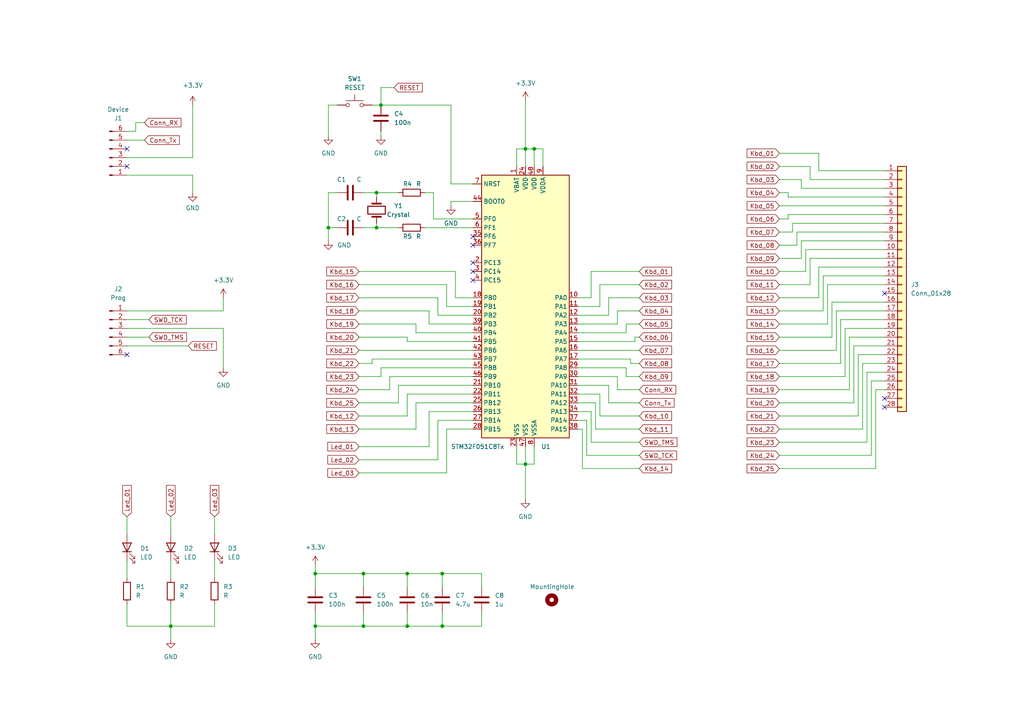
<source format=kicad_sch>
(kicad_sch (version 20211123) (generator eeschema)
  (paper "A4")
  (title_block (title "SDA Keyboard") (date "2022-11-22") (company "Stanislav Brtna"))
  (lib_symbols
    (symbol "Connector:Conn_01x06_Male" (pin_names (offset 1.016) hide)
      (property "Reference" "J" (at 0 7.62 0))
      (property "Value" "Conn_01x06_Male" (at 0 -10.16 0))
      (symbol "Conn_01x06_Male_1_1"
        (polyline (pts (xy 1.27 -7.62) (xy 0.8636 -7.62)) (stroke (width 0.1524)))
        (polyline (pts (xy 1.27 -5.08) (xy 0.8636 -5.08)) (stroke (width 0.1524)))
        (polyline (pts (xy 1.27 -2.54) (xy 0.8636 -2.54)) (stroke (width 0.1524)))
        (polyline (pts (xy 1.27 0) (xy 0.8636 0)) (stroke (width 0.1524)))
        (polyline (pts (xy 1.27 2.54) (xy 0.8636 2.54)) (stroke (width 0.1524)))
        (polyline (pts (xy 1.27 5.08) (xy 0.8636 5.08)) (stroke (width 0.1524)))
        (rectangle (start 0.8636 -7.493) (end 0 -7.747) (stroke (width 0.1524)) (fill (type outline)))
        (rectangle (start 0.8636 -4.953) (end 0 -5.207) (stroke (width 0.1524)) (fill (type outline)))
        (rectangle (start 0.8636 -2.413) (end 0 -2.667) (stroke (width 0.1524)) (fill (type outline)))
        (rectangle (start 0.8636 0.127) (end 0 -0.127) (stroke (width 0.1524)) (fill (type outline)))
        (rectangle (start 0.8636 2.667) (end 0 2.413) (stroke (width 0.1524)) (fill (type outline)))
        (rectangle (start 0.8636 5.207) (end 0 4.953) (stroke (width 0.1524)) (fill (type outline)))
        (pin passive line (at 5.08 5.08 180) (length 3.81) (name "Pin_1") (number "1"))
        (pin passive line (at 5.08 2.54 180) (length 3.81) (name "Pin_2") (number "2"))
        (pin passive line (at 5.08 0 180) (length 3.81) (name "Pin_3") (number "3"))
        (pin passive line (at 5.08 -2.54 180) (length 3.81) (name "Pin_4") (number "4"))
        (pin passive line (at 5.08 -5.08 180) (length 3.81) (name "Pin_5") (number "5"))
        (pin passive line (at 5.08 -7.62 180) (length 3.81) (name "Pin_6") (number "6"))
      )
    )
    (symbol "Connector_Generic:Conn_01x28" (pin_names (offset 1.016) hide)
      (property "Reference" "J" (at 0 35.56 0))
      (property "Value" "Conn_01x28" (at 0 -38.1 0))
      (symbol "Conn_01x28_1_1"
        (rectangle (start -1.27 -35.433) (end 0 -35.687) (stroke (width 0.1524)))
        (rectangle (start -1.27 -32.893) (end 0 -33.147) (stroke (width 0.1524)))
        (rectangle (start -1.27 -30.353) (end 0 -30.607) (stroke (width 0.1524)))
        (rectangle (start -1.27 -27.813) (end 0 -28.067) (stroke (width 0.1524)))
        (rectangle (start -1.27 -25.273) (end 0 -25.527) (stroke (width 0.1524)))
        (rectangle (start -1.27 -22.733) (end 0 -22.987) (stroke (width 0.1524)))
        (rectangle (start -1.27 -20.193) (end 0 -20.447) (stroke (width 0.1524)))
        (rectangle (start -1.27 -17.653) (end 0 -17.907) (stroke (width 0.1524)))
        (rectangle (start -1.27 -15.113) (end 0 -15.367) (stroke (width 0.1524)))
        (rectangle (start -1.27 -12.573) (end 0 -12.827) (stroke (width 0.1524)))
        (rectangle (start -1.27 -10.033) (end 0 -10.287) (stroke (width 0.1524)))
        (rectangle (start -1.27 -7.493) (end 0 -7.747) (stroke (width 0.1524)))
        (rectangle (start -1.27 -4.953) (end 0 -5.207) (stroke (width 0.1524)))
        (rectangle (start -1.27 -2.413) (end 0 -2.667) (stroke (width 0.1524)))
        (rectangle (start -1.27 0.127) (end 0 -0.127) (stroke (width 0.1524)))
        (rectangle (start -1.27 2.667) (end 0 2.413) (stroke (width 0.1524)))
        (rectangle (start -1.27 5.207) (end 0 4.953) (stroke (width 0.1524)))
        (rectangle (start -1.27 7.747) (end 0 7.493) (stroke (width 0.1524)))
        (rectangle (start -1.27 10.287) (end 0 10.033) (stroke (width 0.1524)))
        (rectangle (start -1.27 12.827) (end 0 12.573) (stroke (width 0.1524)))
        (rectangle (start -1.27 15.367) (end 0 15.113) (stroke (width 0.1524)))
        (rectangle (start -1.27 17.907) (end 0 17.653) (stroke (width 0.1524)))
        (rectangle (start -1.27 20.447) (end 0 20.193) (stroke (width 0.1524)))
        (rectangle (start -1.27 22.987) (end 0 22.733) (stroke (width 0.1524)))
        (rectangle (start -1.27 25.527) (end 0 25.273) (stroke (width 0.1524)))
        (rectangle (start -1.27 28.067) (end 0 27.813) (stroke (width 0.1524)))
        (rectangle (start -1.27 30.607) (end 0 30.353) (stroke (width 0.1524)))
        (rectangle (start -1.27 33.147) (end 0 32.893) (stroke (width 0.1524)))
        (rectangle (start -1.27 34.29) (end 1.27 -36.83) (stroke (width 0.254)) (fill (type background)))
        (pin passive line (at -5.08 33.02 0) (length 3.81) (name "Pin_1") (number "1"))
        (pin passive line (at -5.08 10.16 0) (length 3.81) (name "Pin_10") (number "10"))
        (pin passive line (at -5.08 7.62 0) (length 3.81) (name "Pin_11") (number "11"))
        (pin passive line (at -5.08 5.08 0) (length 3.81) (name "Pin_12") (number "12"))
        (pin passive line (at -5.08 2.54 0) (length 3.81) (name "Pin_13") (number "13"))
        (pin passive line (at -5.08 0 0) (length 3.81) (name "Pin_14") (number "14"))
        (pin passive line (at -5.08 -2.54 0) (length 3.81) (name "Pin_15") (number "15"))
        (pin passive line (at -5.08 -5.08 0) (length 3.81) (name "Pin_16") (number "16"))
        (pin passive line (at -5.08 -7.62 0) (length 3.81) (name "Pin_17") (number "17"))
        (pin passive line (at -5.08 -10.16 0) (length 3.81) (name "Pin_18") (number "18"))
        (pin passive line (at -5.08 -12.7 0) (length 3.81) (name "Pin_19") (number "19"))
        (pin passive line (at -5.08 30.48 0) (length 3.81) (name "Pin_2") (number "2"))
        (pin passive line (at -5.08 -15.24 0) (length 3.81) (name "Pin_20") (number "20"))
        (pin passive line (at -5.08 -17.78 0) (length 3.81) (name "Pin_21") (number "21"))
        (pin passive line (at -5.08 -20.32 0) (length 3.81) (name "Pin_22") (number "22"))
        (pin passive line (at -5.08 -22.86 0) (length 3.81) (name "Pin_23") (number "23"))
        (pin passive line (at -5.08 -25.4 0) (length 3.81) (name "Pin_24") (number "24"))
        (pin passive line (at -5.08 -27.94 0) (length 3.81) (name "Pin_25") (number "25"))
        (pin passive line (at -5.08 -30.48 0) (length 3.81) (name "Pin_26") (number "26"))
        (pin passive line (at -5.08 -33.02 0) (length 3.81) (name "Pin_27") (number "27"))
        (pin passive line (at -5.08 -35.56 0) (length 3.81) (name "Pin_28") (number "28"))
        (pin passive line (at -5.08 27.94 0) (length 3.81) (name "Pin_3") (number "3"))
        (pin passive line (at -5.08 25.4 0) (length 3.81) (name "Pin_4") (number "4"))
        (pin passive line (at -5.08 22.86 0) (length 3.81) (name "Pin_5") (number "5"))
        (pin passive line (at -5.08 20.32 0) (length 3.81) (name "Pin_6") (number "6"))
        (pin passive line (at -5.08 17.78 0) (length 3.81) (name "Pin_7") (number "7"))
        (pin passive line (at -5.08 15.24 0) (length 3.81) (name "Pin_8") (number "8"))
        (pin passive line (at -5.08 12.7 0) (length 3.81) (name "Pin_9") (number "9"))
      )
    )
    (symbol "Device:C" (pin_numbers hide) (pin_names (offset 0.254))
      (property "Reference" "C" (at 0.635 2.54 0))
      (property "Value" "C" (at 0.635 -2.54 0))
      (symbol "C_0_1"
        (polyline (pts (xy -2.032 -0.762) (xy 2.032 -0.762)) (stroke (width 0.508)))
        (polyline (pts (xy -2.032 0.762) (xy 2.032 0.762)) (stroke (width 0.508)))
      )
      (symbol "C_1_1"
        (pin passive line (at 0 3.81 270) (length 2.794) (name "~") (number "1"))
        (pin passive line (at 0 -3.81 90) (length 2.794) (name "~") (number "2"))
      )
    )
    (symbol "Device:Crystal" (pin_numbers hide) (pin_names (offset 1.016) hide)
      (property "Reference" "Y" (at 0 3.81 0))
      (property "Value" "Crystal" (at 0 -3.81 0))
      (symbol "Crystal_0_1"
        (rectangle (start -1.143 2.54) (end 1.143 -2.54) (stroke (width 0.3048)))
        (polyline (pts (xy -2.54 0) (xy -1.905 0)))
        (polyline (pts (xy -1.905 -1.27) (xy -1.905 1.27)) (stroke (width 0.508)))
        (polyline (pts (xy 1.905 -1.27) (xy 1.905 1.27)) (stroke (width 0.508)))
        (polyline (pts (xy 2.54 0) (xy 1.905 0)))
      )
      (symbol "Crystal_1_1"
        (pin passive line (at -3.81 0 0) (length 1.27) (name "1") (number "1"))
        (pin passive line (at 3.81 0 180) (length 1.27) (name "2") (number "2"))
      )
    )
    (symbol "Device:LED" (pin_numbers hide) (pin_names (offset 1.016) hide)
      (property "Reference" "D" (at 0 2.54 0))
      (property "Value" "LED" (at 0 -2.54 0))
      (symbol "LED_0_1"
        (polyline (pts (xy -1.27 -1.27) (xy -1.27 1.27)) (stroke (width 0.254)))
        (polyline (pts (xy -1.27 0) (xy 1.27 0)))
        (polyline (pts (xy 1.27 -1.27) (xy 1.27 1.27) (xy -1.27 0) (xy 1.27 -1.27)) (stroke (width 0.254)))
        (polyline (pts (xy -3.048 -0.762) (xy -4.572 -2.286) (xy -3.81 -2.286) (xy -4.572 -2.286) (xy -4.572 -1.524)))
        (polyline (pts (xy -1.778 -0.762) (xy -3.302 -2.286) (xy -2.54 -2.286) (xy -3.302 -2.286) (xy -3.302 -1.524)))
      )
      (symbol "LED_1_1"
        (pin passive line (at -3.81 0 0) (length 2.54) (name "K") (number "1"))
        (pin passive line (at 3.81 0 180) (length 2.54) (name "A") (number "2"))
      )
    )
    (symbol "Device:R" (pin_numbers hide) (pin_names (offset 0))
      (property "Reference" "R" (at 2.032 0 90))
      (property "Value" "R" (at 0 0 90))
      (symbol "R_0_1"
        (rectangle (start -1.016 -2.54) (end 1.016 2.54) (stroke (width 0.254)))
      )
      (symbol "R_1_1"
        (pin passive line (at 0 3.81 270) (length 1.27) (name "~") (number "1"))
        (pin passive line (at 0 -3.81 90) (length 1.27) (name "~") (number "2"))
      )
    )
    (symbol "MCU_ST_STM32F0:STM32F051C8Tx"
      (property "Reference" "U" (at -12.7 39.37 0))
      (property "Value" "STM32F051C8Tx" (at 7.62 39.37 0))
      (symbol "STM32F051C8Tx_0_1"
        (rectangle (start -12.7 -38.1) (end 12.7 38.1) (stroke (width 0.254)) (fill (type background)))
      )
      (symbol "STM32F051C8Tx_1_1"
        (pin power_in line (at -2.54 40.64 270) (length 2.54) (name "VBAT") (number "1"))
        (pin bidirectional line (at 15.24 2.54 180) (length 2.54) (name "PA0") (number "10"))
        (pin bidirectional line (at 15.24 0 180) (length 2.54) (name "PA1") (number "11"))
        (pin bidirectional line (at 15.24 -2.54 180) (length 2.54) (name "PA2") (number "12"))
        (pin bidirectional line (at 15.24 -5.08 180) (length 2.54) (name "PA3") (number "13"))
        (pin bidirectional line (at 15.24 -7.62 180) (length 2.54) (name "PA4") (number "14"))
        (pin bidirectional line (at 15.24 -10.16 180) (length 2.54) (name "PA5") (number "15"))
        (pin bidirectional line (at 15.24 -12.7 180) (length 2.54) (name "PA6") (number "16"))
        (pin bidirectional line (at 15.24 -15.24 180) (length 2.54) (name "PA7") (number "17"))
        (pin bidirectional line (at -15.24 2.54 0) (length 2.54) (name "PB0") (number "18"))
        (pin bidirectional line (at -15.24 0 0) (length 2.54) (name "PB1") (number "19"))
        (pin bidirectional line (at -15.24 12.7 0) (length 2.54) (name "PC13") (number "2"))
        (pin bidirectional line (at -15.24 -2.54 0) (length 2.54) (name "PB2") (number "20"))
        (pin bidirectional line (at -15.24 -22.86 0) (length 2.54) (name "PB10") (number "21"))
        (pin bidirectional line (at -15.24 -25.4 0) (length 2.54) (name "PB11") (number "22"))
        (pin power_in line (at -2.54 -40.64 90) (length 2.54) (name "VSS") (number "23"))
        (pin power_in line (at 0 40.64 270) (length 2.54) (name "VDD") (number "24"))
        (pin bidirectional line (at -15.24 -27.94 0) (length 2.54) (name "PB12") (number "25"))
        (pin bidirectional line (at -15.24 -30.48 0) (length 2.54) (name "PB13") (number "26"))
        (pin bidirectional line (at -15.24 -33.02 0) (length 2.54) (name "PB14") (number "27"))
        (pin bidirectional line (at -15.24 -35.56 0) (length 2.54) (name "PB15") (number "28"))
        (pin bidirectional line (at 15.24 -17.78 180) (length 2.54) (name "PA8") (number "29"))
        (pin bidirectional line (at -15.24 10.16 0) (length 2.54) (name "PC14") (number "3"))
        (pin bidirectional line (at 15.24 -20.32 180) (length 2.54) (name "PA9") (number "30"))
        (pin bidirectional line (at 15.24 -22.86 180) (length 2.54) (name "PA10") (number "31"))
        (pin bidirectional line (at 15.24 -25.4 180) (length 2.54) (name "PA11") (number "32"))
        (pin bidirectional line (at 15.24 -27.94 180) (length 2.54) (name "PA12") (number "33"))
        (pin bidirectional line (at 15.24 -30.48 180) (length 2.54) (name "PA13") (number "34"))
        (pin bidirectional line (at -15.24 20.32 0) (length 2.54) (name "PF6") (number "35"))
        (pin bidirectional line (at -15.24 17.78 0) (length 2.54) (name "PF7") (number "36"))
        (pin bidirectional line (at 15.24 -33.02 180) (length 2.54) (name "PA14") (number "37"))
        (pin bidirectional line (at 15.24 -35.56 180) (length 2.54) (name "PA15") (number "38"))
        (pin bidirectional line (at -15.24 -5.08 0) (length 2.54) (name "PB3") (number "39"))
        (pin bidirectional line (at -15.24 7.62 0) (length 2.54) (name "PC15") (number "4"))
        (pin bidirectional line (at -15.24 -7.62 0) (length 2.54) (name "PB4") (number "40"))
        (pin bidirectional line (at -15.24 -10.16 0) (length 2.54) (name "PB5") (number "41"))
        (pin bidirectional line (at -15.24 -12.7 0) (length 2.54) (name "PB6") (number "42"))
        (pin bidirectional line (at -15.24 -15.24 0) (length 2.54) (name "PB7") (number "43"))
        (pin input line (at -15.24 30.48 0) (length 2.54) (name "BOOT0") (number "44"))
        (pin bidirectional line (at -15.24 -17.78 0) (length 2.54) (name "PB8") (number "45"))
        (pin bidirectional line (at -15.24 -20.32 0) (length 2.54) (name "PB9") (number "46"))
        (pin power_in line (at 0 -40.64 90) (length 2.54) (name "VSS") (number "47"))
        (pin power_in line (at 2.54 40.64 270) (length 2.54) (name "VDD") (number "48"))
        (pin input line (at -15.24 25.4 0) (length 2.54) (name "PF0") (number "5"))
        (pin input line (at -15.24 22.86 0) (length 2.54) (name "PF1") (number "6"))
        (pin input line (at -15.24 35.56 0) (length 2.54) (name "NRST") (number "7"))
        (pin power_in line (at 2.54 -40.64 90) (length 2.54) (name "VSSA") (number "8"))
        (pin power_in line (at 5.08 40.64 270) (length 2.54) (name "VDDA") (number "9"))
      )
    )
    (symbol "Mechanical:MountingHole" (pin_names (offset 1.016))
      (property "Reference" "H" (at 0 5.08 0))
      (property "Value" "MountingHole" (at 0 3.175 0))
      (symbol "MountingHole_0_1"
        (circle (center 0 0) (radius 1.27) (stroke (width 1.27)))
      )
    )
    (symbol "Switch:SW_Push" (pin_numbers hide) (pin_names (offset 1.016) hide)
      (property "Reference" "SW" (at 1.27 2.54 0))
      (property "Value" "SW_Push" (at 0 -1.524 0))
      (symbol "SW_Push_0_1"
        (circle (center -2.032 0) (radius 0.508))
        (polyline (pts (xy 0 1.27) (xy 0 3.048)))
        (polyline (pts (xy 2.54 1.27) (xy -2.54 1.27)))
        (circle (center 2.032 0) (radius 0.508))
        (pin passive line (at -5.08 0 0) (length 2.54) (name "1") (number "1"))
        (pin passive line (at 5.08 0 180) (length 2.54) (name "2") (number "2"))
      )
    )
    (symbol "power:+3.3V" (power) (pin_names (offset 0))
      (property "Value" "+3.3V" (at 0 3.556 0))
      (symbol "+3.3V_0_1"
        (polyline (pts (xy -0.762 1.27) (xy 0 2.54)))
        (polyline (pts (xy 0 0) (xy 0 2.54)))
        (polyline (pts (xy 0 2.54) (xy 0.762 1.27)))
      )
      (symbol "+3.3V_1_1"
        (pin power_in line (at 0 0 90) (length 0) hide (name "+3.3V") (number "1"))
      )
    )
    (symbol "power:GND" (power) (pin_names (offset 0))
      (property "Value" "GND" (at 0 -3.81 0))
      (symbol "GND_0_1"
        (polyline (pts (xy 0 0) (xy 0 -1.27) (xy 1.27 -1.27) (xy 0 -2.54) (xy -1.27 -1.27) (xy 0 -1.27)))
      )
      (symbol "GND_1_1"
        (pin power_in line (at 0 0 270) (length 0) hide (name "GND") (number "1"))
      )
    )
  )
  (junction (at 91.44 181.61))
  (junction (at 154.94 43.18))
  (junction (at 109.22 66.04))
  (junction (at 128.27 181.61))
  (junction (at 105.41 166.37))
  (junction (at 49.53 181.61))
  (junction (at 152.4 43.18))
  (junction (at 95.25 66.04))
  (junction (at 110.49 30.48))
  (junction (at 152.4 134.62))
  (junction (at 105.41 181.61))
  (junction (at 128.27 166.37))
  (junction (at 118.11 181.61))
  (junction (at 109.22 55.88))
  (junction (at 91.44 166.37))
  (junction (at 118.11 166.37))
  (no_connect (at 137.16 68.58))
  (no_connect (at 256.54 115.57))
  (no_connect (at 137.16 76.2))
  (no_connect (at 256.54 85.09))
  (no_connect (at 36.83 43.18))
  (no_connect (at 256.54 118.11))
  (no_connect (at 137.16 81.28))
  (no_connect (at 137.16 71.12))
  (no_connect (at 137.16 78.74))
  (no_connect (at 36.83 48.26))
  (no_connect (at 36.83 102.87))
  (wire (pts (xy 246.38 113.03) (xy 246.38 97.79)))
  (wire (pts (xy 118.11 97.79) (xy 104.14 97.79)))
  (wire (pts (xy 124.46 129.54) (xy 104.14 129.54)))
  (wire (pts (xy 36.83 38.1) (xy 39.37 38.1)))
  (wire (pts (xy 36.83 181.61) (xy 49.53 181.61)))
  (wire (pts (xy 233.68 78.74) (xy 233.68 72.39)))
  (wire (pts (xy 109.22 55.88) (xy 105.41 55.88)))
  (wire (pts (xy 130.81 53.34) (xy 130.81 30.48)))
  (wire (pts (xy 245.11 109.22) (xy 245.11 95.25)))
  (wire (pts (xy 176.53 111.76) (xy 176.53 116.84)))
  (wire (pts (xy 182.88 105.41) (xy 185.42 105.41)))
  (wire (pts (xy 137.16 88.9) (xy 129.54 88.9)))
  (wire (pts (xy 118.11 166.37) (xy 128.27 166.37)))
  (wire (pts (xy 95.25 55.88) (xy 95.25 66.04)))
  (wire (pts (xy 256.54 113.03) (xy 254 113.03)))
  (wire (pts (xy 152.4 134.62) (xy 154.94 134.62)))
  (wire (pts (xy 36.83 90.17) (xy 64.77 90.17)))
  (wire (pts (xy 172.72 116.84) (xy 172.72 124.46)))
  (wire (pts (xy 226.06 101.6) (xy 242.57 101.6)))
  (wire (pts (xy 104.14 105.41) (xy 107.95 105.41)))
  (wire (pts (xy 254 113.03) (xy 254 135.89)))
  (wire (pts (xy 234.95 52.07) (xy 256.54 52.07)))
  (wire (pts (xy 240.03 82.55) (xy 240.03 93.98)))
  (wire (pts (xy 228.6 57.15) (xy 256.54 57.15)))
  (wire (pts (xy 104.14 93.98) (xy 120.65 93.98)))
  (wire (pts (xy 130.81 58.42) (xy 130.81 59.69)))
  (wire (pts (xy 123.19 66.04) (xy 137.16 66.04)))
  (wire (pts (xy 176.53 116.84) (xy 185.42 116.84)))
  (wire (pts (xy 36.83 92.71) (xy 43.18 92.71)))
  (wire (pts (xy 107.95 30.48) (xy 110.49 30.48)))
  (wire (pts (xy 256.54 100.33) (xy 247.65 100.33)))
  (wire (pts (xy 36.83 97.79) (xy 43.18 97.79)))
  (wire (pts (xy 167.64 101.6) (xy 185.42 101.6)))
  (wire (pts (xy 49.53 149.86) (xy 49.53 154.94)))
  (wire (pts (xy 250.19 124.46) (xy 226.06 124.46)))
  (wire (pts (xy 49.53 162.56) (xy 49.53 167.64)))
  (wire (pts (xy 113.03 109.22) (xy 137.16 109.22)))
  (wire (pts (xy 167.64 121.92) (xy 170.18 121.92)))
  (wire (pts (xy 124.46 119.38) (xy 124.46 129.54)))
  (wire (pts (xy 256.54 74.93) (xy 234.95 74.93)))
  (wire (pts (xy 252.73 110.49) (xy 252.73 132.08)))
  (wire (pts (xy 149.86 129.54) (xy 149.86 134.62)))
  (wire (pts (xy 226.06 48.26) (xy 234.95 48.26)))
  (wire (pts (xy 120.65 96.52) (xy 137.16 96.52)))
  (wire (pts (xy 226.06 93.98) (xy 240.03 93.98)))
  (wire (pts (xy 129.54 82.55) (xy 104.14 82.55)))
  (wire (pts (xy 238.76 90.17) (xy 226.06 90.17)))
  (wire (pts (xy 55.88 45.72) (xy 55.88 30.48)))
  (wire (pts (xy 110.49 25.4) (xy 114.3 25.4)))
  (wire (pts (xy 104.14 86.36) (xy 127 86.36)))
  (wire (pts (xy 36.83 100.33) (xy 54.61 100.33)))
  (wire (pts (xy 104.14 101.6) (xy 137.16 101.6)))
  (wire (pts (xy 120.65 124.46) (xy 104.14 124.46)))
  (wire (pts (xy 168.91 124.46) (xy 168.91 135.89)))
  (wire (pts (xy 167.64 119.38) (xy 171.45 119.38)))
  (wire (pts (xy 125.73 55.88) (xy 123.19 55.88)))
  (wire (pts (xy 231.14 71.12) (xy 226.06 71.12)))
  (wire (pts (xy 167.64 88.9) (xy 173.99 88.9)))
  (wire (pts (xy 120.65 93.98) (xy 120.65 96.52)))
  (wire (pts (xy 171.45 78.74) (xy 185.42 78.74)))
  (wire (pts (xy 62.23 162.56) (xy 62.23 167.64)))
  (wire (pts (xy 115.57 111.76) (xy 137.16 111.76)))
  (wire (pts (xy 157.48 43.18) (xy 157.48 48.26)))
  (wire (pts (xy 104.14 113.03) (xy 113.03 113.03)))
  (wire (pts (xy 130.81 58.42) (xy 137.16 58.42)))
  (wire (pts (xy 129.54 124.46) (xy 137.16 124.46)))
  (wire (pts (xy 226.06 109.22) (xy 245.11 109.22)))
  (wire (pts (xy 104.14 137.16) (xy 129.54 137.16)))
  (wire (pts (xy 238.76 80.01) (xy 238.76 90.17)))
  (wire (pts (xy 127 91.44) (xy 137.16 91.44)))
  (wire (pts (xy 154.94 134.62) (xy 154.94 129.54)))
  (wire (pts (xy 137.16 116.84) (xy 120.65 116.84)))
  (wire (pts (xy 167.64 109.22) (xy 179.07 109.22)))
  (wire (pts (xy 179.07 109.22) (xy 179.07 113.03)))
  (wire (pts (xy 39.37 38.1) (xy 39.37 35.56)))
  (wire (pts (xy 232.41 52.07) (xy 232.41 54.61)))
  (wire (pts (xy 36.83 50.8) (xy 55.88 50.8)))
  (wire (pts (xy 152.4 43.18) (xy 154.94 43.18)))
  (wire (pts (xy 256.54 105.41) (xy 250.19 105.41)))
  (wire (pts (xy 91.44 166.37) (xy 105.41 166.37)))
  (wire (pts (xy 55.88 50.8) (xy 55.88 55.88)))
  (wire (pts (xy 246.38 97.79) (xy 256.54 97.79)))
  (wire (pts (xy 91.44 181.61) (xy 91.44 185.42)))
  (wire (pts (xy 137.16 53.34) (xy 130.81 53.34)))
  (wire (pts (xy 105.41 166.37) (xy 118.11 166.37)))
  (wire (pts (xy 130.81 30.48) (xy 110.49 30.48)))
  (wire (pts (xy 132.08 86.36) (xy 132.08 78.74)))
  (wire (pts (xy 167.64 99.06) (xy 184.15 99.06)))
  (wire (pts (xy 132.08 86.36) (xy 137.16 86.36)))
  (wire (pts (xy 118.11 166.37) (xy 118.11 170.18)))
  (wire (pts (xy 139.7 170.18) (xy 139.7 166.37)))
  (wire (pts (xy 171.45 86.36) (xy 171.45 78.74)))
  (wire (pts (xy 154.94 43.18) (xy 157.48 43.18)))
  (wire (pts (xy 137.16 119.38) (xy 124.46 119.38)))
  (wire (pts (xy 226.06 113.03) (xy 246.38 113.03)))
  (wire (pts (xy 49.53 181.61) (xy 49.53 185.42)))
  (wire (pts (xy 170.18 121.92) (xy 170.18 132.08)))
  (wire (pts (xy 149.86 134.62) (xy 152.4 134.62)))
  (wire (pts (xy 149.86 43.18) (xy 149.86 48.26)))
  (wire (pts (xy 167.64 116.84) (xy 172.72 116.84)))
  (wire (pts (xy 241.3 87.63) (xy 241.3 97.79)))
  (wire (pts (xy 181.61 106.68) (xy 167.64 106.68)))
  (wire (pts (xy 228.6 62.23) (xy 228.6 63.5)))
  (wire (pts (xy 137.16 99.06) (xy 118.11 99.06)))
  (wire (pts (xy 110.49 25.4) (xy 110.49 30.48)))
  (wire (pts (xy 152.4 134.62) (xy 152.4 144.78)))
  (wire (pts (xy 168.91 135.89) (xy 185.42 135.89)))
  (wire (pts (xy 152.4 129.54) (xy 152.4 134.62)))
  (wire (pts (xy 237.49 44.45) (xy 237.49 49.53)))
  (wire (pts (xy 242.57 90.17) (xy 256.54 90.17)))
  (wire (pts (xy 104.14 109.22) (xy 110.49 109.22)))
  (wire (pts (xy 118.11 120.65) (xy 118.11 114.3)))
  (wire (pts (xy 127 121.92) (xy 137.16 121.92)))
  (wire (pts (xy 118.11 177.8) (xy 118.11 181.61)))
  (wire (pts (xy 256.54 92.71) (xy 243.84 92.71)))
  (wire (pts (xy 125.73 63.5) (xy 125.73 55.88)))
  (wire (pts (xy 129.54 88.9) (xy 129.54 82.55)))
  (wire (pts (xy 120.65 116.84) (xy 120.65 124.46)))
  (wire (pts (xy 251.46 128.27) (xy 226.06 128.27)))
  (wire (pts (xy 241.3 97.79) (xy 226.06 97.79)))
  (wire (pts (xy 181.61 93.98) (xy 181.61 96.52)))
  (wire (pts (xy 247.65 116.84) (xy 226.06 116.84)))
  (wire (pts (xy 36.83 40.64) (xy 41.91 40.64)))
  (wire (pts (xy 226.06 44.45) (xy 237.49 44.45)))
  (wire (pts (xy 132.08 78.74) (xy 104.14 78.74)))
  (wire (pts (xy 234.95 48.26) (xy 234.95 52.07)))
  (wire (pts (xy 228.6 55.88) (xy 228.6 57.15)))
  (wire (pts (xy 251.46 107.95) (xy 251.46 128.27)))
  (wire (pts (xy 167.64 93.98) (xy 179.07 93.98)))
  (wire (pts (xy 97.79 55.88) (xy 95.25 55.88)))
  (wire (pts (xy 172.72 124.46) (xy 185.42 124.46)))
  (wire (pts (xy 139.7 177.8) (xy 139.7 181.61)))
  (wire (pts (xy 128.27 166.37) (xy 139.7 166.37)))
  (wire (pts (xy 64.77 90.17) (xy 64.77 86.36)))
  (wire (pts (xy 167.64 104.14) (xy 182.88 104.14)))
  (wire (pts (xy 152.4 43.18) (xy 152.4 48.26)))
  (wire (pts (xy 137.16 93.98) (xy 124.46 93.98)))
  (wire (pts (xy 91.44 166.37) (xy 91.44 170.18)))
  (wire (pts (xy 171.45 128.27) (xy 185.42 128.27)))
  (wire (pts (xy 104.14 133.35) (xy 127 133.35)))
  (wire (pts (xy 256.54 82.55) (xy 240.03 82.55)))
  (wire (pts (xy 118.11 114.3) (xy 137.16 114.3)))
  (wire (pts (xy 149.86 43.18) (xy 152.4 43.18)))
  (wire (pts (xy 127 133.35) (xy 127 121.92)))
  (wire (pts (xy 256.54 107.95) (xy 251.46 107.95)))
  (wire (pts (xy 49.53 175.26) (xy 49.53 181.61)))
  (wire (pts (xy 97.79 66.04) (xy 95.25 66.04)))
  (wire (pts (xy 237.49 86.36) (xy 226.06 86.36)))
  (wire (pts (xy 36.83 45.72) (xy 55.88 45.72)))
  (wire (pts (xy 182.88 104.14) (xy 182.88 105.41)))
  (wire (pts (xy 128.27 166.37) (xy 128.27 170.18)))
  (wire (pts (xy 232.41 74.93) (xy 226.06 74.93)))
  (wire (pts (xy 124.46 93.98) (xy 124.46 90.17)))
  (wire (pts (xy 115.57 116.84) (xy 115.57 111.76)))
  (wire (pts (xy 232.41 54.61) (xy 256.54 54.61)))
  (wire (pts (xy 228.6 63.5) (xy 226.06 63.5)))
  (wire (pts (xy 256.54 102.87) (xy 248.92 102.87)))
  (wire (pts (xy 243.84 105.41) (xy 226.06 105.41)))
  (wire (pts (xy 107.95 104.14) (xy 107.95 105.41)))
  (wire (pts (xy 171.45 119.38) (xy 171.45 128.27)))
  (wire (pts (xy 167.64 86.36) (xy 171.45 86.36)))
  (wire (pts (xy 113.03 113.03) (xy 113.03 109.22)))
  (wire (pts (xy 167.64 96.52) (xy 181.61 96.52)))
  (wire (pts (xy 109.22 66.04) (xy 105.41 66.04)))
  (wire (pts (xy 252.73 132.08) (xy 226.06 132.08)))
  (wire (pts (xy 226.06 78.74) (xy 233.68 78.74)))
  (wire (pts (xy 36.83 149.86) (xy 36.83 154.94)))
  (wire (pts (xy 39.37 35.56) (xy 41.91 35.56)))
  (wire (pts (xy 245.11 95.25) (xy 256.54 95.25)))
  (wire (pts (xy 128.27 181.61) (xy 118.11 181.61)))
  (wire (pts (xy 234.95 74.93) (xy 234.95 82.55)))
  (wire (pts (xy 91.44 177.8) (xy 91.44 181.61)))
  (wire (pts (xy 234.95 82.55) (xy 226.06 82.55)))
  (wire (pts (xy 62.23 149.86) (xy 62.23 154.94)))
  (wire (pts (xy 91.44 163.83) (xy 91.44 166.37)))
  (wire (pts (xy 232.41 69.85) (xy 232.41 74.93)))
  (wire (pts (xy 173.99 88.9) (xy 173.99 82.55)))
  (wire (pts (xy 176.53 91.44) (xy 176.53 86.36)))
  (wire (pts (xy 229.87 67.31) (xy 229.87 64.77)))
  (wire (pts (xy 248.92 120.65) (xy 226.06 120.65)))
  (wire (pts (xy 237.49 77.47) (xy 237.49 86.36)))
  (wire (pts (xy 107.95 104.14) (xy 137.16 104.14)))
  (wire (pts (xy 95.25 66.04) (xy 95.25 69.85)))
  (wire (pts (xy 170.18 132.08) (xy 185.42 132.08)))
  (wire (pts (xy 179.07 93.98) (xy 179.07 90.17)))
  (wire (pts (xy 167.64 114.3) (xy 173.99 114.3)))
  (wire (pts (xy 248.92 102.87) (xy 248.92 120.65)))
  (wire (pts (xy 36.83 175.26) (xy 36.83 181.61)))
  (wire (pts (xy 173.99 114.3) (xy 173.99 120.65)))
  (wire (pts (xy 110.49 106.68) (xy 137.16 106.68)))
  (wire (pts (xy 238.76 80.01) (xy 256.54 80.01)))
  (wire (pts (xy 105.41 181.61) (xy 91.44 181.61)))
  (wire (pts (xy 247.65 100.33) (xy 247.65 116.84)))
  (wire (pts (xy 237.49 49.53) (xy 256.54 49.53)))
  (wire (pts (xy 115.57 66.04) (xy 109.22 66.04)))
  (wire (pts (xy 105.41 166.37) (xy 105.41 170.18)))
  (wire (pts (xy 176.53 86.36) (xy 185.42 86.36)))
  (wire (pts (xy 124.46 90.17) (xy 104.14 90.17)))
  (wire (pts (xy 232.41 69.85) (xy 256.54 69.85)))
  (wire (pts (xy 104.14 116.84) (xy 115.57 116.84)))
  (wire (pts (xy 110.49 38.1) (xy 110.49 39.37)))
  (wire (pts (xy 118.11 99.06) (xy 118.11 97.79)))
  (wire (pts (xy 104.14 120.65) (xy 118.11 120.65)))
  (wire (pts (xy 184.15 97.79) (xy 185.42 97.79)))
  (wire (pts (xy 179.07 113.03) (xy 185.42 113.03)))
  (wire (pts (xy 128.27 177.8) (xy 128.27 181.61)))
  (wire (pts (xy 97.79 30.48) (xy 95.25 30.48)))
  (wire (pts (xy 256.54 87.63) (xy 241.3 87.63)))
  (wire (pts (xy 127 86.36) (xy 127 91.44)))
  (wire (pts (xy 167.64 111.76) (xy 176.53 111.76)))
  (wire (pts (xy 231.14 67.31) (xy 256.54 67.31)))
  (wire (pts (xy 233.68 72.39) (xy 256.54 72.39)))
  (wire (pts (xy 167.64 91.44) (xy 176.53 91.44)))
  (wire (pts (xy 109.22 66.04) (xy 109.22 64.77)))
  (wire (pts (xy 109.22 55.88) (xy 109.22 57.15)))
  (wire (pts (xy 226.06 67.31) (xy 229.87 67.31)))
  (wire (pts (xy 228.6 62.23) (xy 256.54 62.23)))
  (wire (pts (xy 139.7 181.61) (xy 128.27 181.61)))
  (wire (pts (xy 49.53 181.61) (xy 62.23 181.61)))
  (wire (pts (xy 115.57 55.88) (xy 109.22 55.88)))
  (wire (pts (xy 105.41 177.8) (xy 105.41 181.61)))
  (wire (pts (xy 129.54 137.16) (xy 129.54 124.46)))
  (wire (pts (xy 242.57 101.6) (xy 242.57 90.17)))
  (wire (pts (xy 110.49 109.22) (xy 110.49 106.68)))
  (wire (pts (xy 254 135.89) (xy 226.06 135.89)))
  (wire (pts (xy 231.14 67.31) (xy 231.14 71.12)))
  (wire (pts (xy 179.07 90.17) (xy 185.42 90.17)))
  (wire (pts (xy 173.99 120.65) (xy 185.42 120.65)))
  (wire (pts (xy 181.61 106.68) (xy 181.61 109.22)))
  (wire (pts (xy 173.99 82.55) (xy 185.42 82.55)))
  (wire (pts (xy 36.83 162.56) (xy 36.83 167.64)))
  (wire (pts (xy 243.84 92.71) (xy 243.84 105.41)))
  (wire (pts (xy 154.94 43.18) (xy 154.94 48.26)))
  (wire (pts (xy 226.06 52.07) (xy 232.41 52.07)))
  (wire (pts (xy 64.77 95.25) (xy 64.77 106.68)))
  (wire (pts (xy 95.25 30.48) (xy 95.25 39.37)))
  (wire (pts (xy 137.16 63.5) (xy 125.73 63.5)))
  (wire (pts (xy 256.54 110.49) (xy 252.73 110.49)))
  (wire (pts (xy 229.87 64.77) (xy 256.54 64.77)))
  (wire (pts (xy 36.83 95.25) (xy 64.77 95.25)))
  (wire (pts (xy 256.54 77.47) (xy 237.49 77.47)))
  (wire (pts (xy 167.64 124.46) (xy 168.91 124.46)))
  (wire (pts (xy 184.15 99.06) (xy 184.15 97.79)))
  (wire (pts (xy 250.19 105.41) (xy 250.19 124.46)))
  (wire (pts (xy 62.23 181.61) (xy 62.23 175.26)))
  (wire (pts (xy 226.06 59.69) (xy 256.54 59.69)))
  (wire (pts (xy 226.06 55.88) (xy 228.6 55.88)))
  (wire (pts (xy 185.42 93.98) (xy 181.61 93.98)))
  (wire (pts (xy 118.11 181.61) (xy 105.41 181.61)))
  (wire (pts (xy 152.4 29.21) (xy 152.4 43.18)))
  (wire (pts (xy 185.42 109.22) (xy 181.61 109.22)))
  (global_label "Kbd_06" (shape input) (at 185.42 97.79 0) (property "Reference mezi listy" "${INTERSHEET_REFS}" (effects hide)))
  (global_label "SWD_TCK" (shape input) (at 43.18 92.71 0) (property "Reference mezi listy" "${INTERSHEET_REFS}" (effects hide)))
  (global_label "Kbd_09" (shape input) (at 185.42 109.22 0) (property "Reference mezi listy" "${INTERSHEET_REFS}" (effects hide)))
  (global_label "Kbd_20" (shape input) (at 104.14 97.79 180) (property "Reference mezi listy" "${INTERSHEET_REFS}" (effects hide)))
  (global_label "Kbd_11" (shape input) (at 185.42 124.46 0) (property "Reference mezi listy" "${INTERSHEET_REFS}" (effects hide)))
  (global_label "Kbd_16" (shape input) (at 104.14 82.55 180) (property "Reference mezi listy" "${INTERSHEET_REFS}" (effects hide)))
  (global_label "Kbd_24" (shape input) (at 226.06 132.08 180) (property "Reference mezi listy" "${INTERSHEET_REFS}" (effects hide)))
  (global_label "Kbd_24" (shape input) (at 104.14 113.03 180) (property "Reference mezi listy" "${INTERSHEET_REFS}" (effects hide)))
  (global_label "Led_03" (shape input) (at 62.23 149.86 90) (property "Reference mezi listy" "${INTERSHEET_REFS}" (effects hide)))
  (global_label "RESET" (shape input) (at 54.61 100.33 0) (property "Reference mezi listy" "${INTERSHEET_REFS}" (effects hide)))
  (global_label "SWD_TMS" (shape input) (at 185.42 128.27 0) (property "Reference mezi listy" "${INTERSHEET_REFS}" (effects hide)))
  (global_label "SWD_TCK" (shape input) (at 185.42 132.08 0) (property "Reference mezi listy" "${INTERSHEET_REFS}" (effects hide)))
  (global_label "Led_03" (shape input) (at 104.14 137.16 180) (property "Reference mezi listy" "${INTERSHEET_REFS}" (effects hide)))
  (global_label "Kbd_12" (shape input) (at 226.06 86.36 180) (property "Reference mezi listy" "${INTERSHEET_REFS}" (effects hide)))
  (global_label "Kbd_10" (shape input) (at 226.06 78.74 180) (property "Reference mezi listy" "${INTERSHEET_REFS}" (effects hide)))
  (global_label "Kbd_04" (shape input) (at 226.06 55.88 180) (property "Reference mezi listy" "${INTERSHEET_REFS}" (effects hide)))
  (global_label "RESET" (shape input) (at 114.3 25.4 0) (property "Reference mezi listy" "${INTERSHEET_REFS}" (effects hide)))
  (global_label "Kbd_23" (shape input) (at 226.06 128.27 180) (property "Reference mezi listy" "${INTERSHEET_REFS}" (effects hide)))
  (global_label "Kbd_15" (shape input) (at 226.06 97.79 180) (property "Reference mezi listy" "${INTERSHEET_REFS}" (effects hide)))
  (global_label "Led_01" (shape input) (at 36.83 149.86 90) (property "Reference mezi listy" "${INTERSHEET_REFS}" (effects hide)))
  (global_label "Kbd_17" (shape input) (at 226.06 105.41 180) (property "Reference mezi listy" "${INTERSHEET_REFS}" (effects hide)))
  (global_label "Conn_Tx" (shape input) (at 41.91 40.64 0) (property "Reference mezi listy" "${INTERSHEET_REFS}" (effects hide)))
  (global_label "Kbd_18" (shape input) (at 226.06 109.22 180) (property "Reference mezi listy" "${INTERSHEET_REFS}" (effects hide)))
  (global_label "Kbd_11" (shape input) (at 226.06 82.55 180) (property "Reference mezi listy" "${INTERSHEET_REFS}" (effects hide)))
  (global_label "SWD_TMS" (shape input) (at 43.18 97.79 0) (property "Reference mezi listy" "${INTERSHEET_REFS}" (effects hide)))
  (global_label "Kbd_05" (shape input) (at 185.42 93.98 0) (property "Reference mezi listy" "${INTERSHEET_REFS}" (effects hide)))
  (global_label "Kbd_18" (shape input) (at 104.14 90.17 180) (property "Reference mezi listy" "${INTERSHEET_REFS}" (effects hide)))
  (global_label "Kbd_22" (shape input) (at 104.14 105.41 180) (property "Reference mezi listy" "${INTERSHEET_REFS}" (effects hide)))
  (global_label "Conn_Tx" (shape input) (at 185.42 116.84 0) (property "Reference mezi listy" "${INTERSHEET_REFS}" (effects hide)))
  (global_label "Kbd_21" (shape input) (at 104.14 101.6 180) (property "Reference mezi listy" "${INTERSHEET_REFS}" (effects hide)))
  (global_label "Kbd_02" (shape input) (at 185.42 82.55 0) (property "Reference mezi listy" "${INTERSHEET_REFS}" (effects hide)))
  (global_label "Kbd_19" (shape input) (at 104.14 93.98 180) (property "Reference mezi listy" "${INTERSHEET_REFS}" (effects hide)))
  (global_label "Led_02" (shape input) (at 49.53 149.86 90) (property "Reference mezi listy" "${INTERSHEET_REFS}" (effects hide)))
  (global_label "Kbd_14" (shape input) (at 226.06 93.98 180) (property "Reference mezi listy" "${INTERSHEET_REFS}" (effects hide)))
  (global_label "Conn_RX" (shape input) (at 185.42 113.03 0) (property "Reference mezi listy" "${INTERSHEET_REFS}" (effects hide)))
  (global_label "Kbd_08" (shape input) (at 185.42 105.41 0) (property "Reference mezi listy" "${INTERSHEET_REFS}" (effects hide)))
  (global_label "Led_02" (shape input) (at 104.14 133.35 180) (property "Reference mezi listy" "${INTERSHEET_REFS}" (effects hide)))
  (global_label "Kbd_01" (shape input) (at 226.06 44.45 180) (property "Reference mezi listy" "${INTERSHEET_REFS}" (effects hide)))
  (global_label "Kbd_02" (shape input) (at 226.06 48.26 180) (property "Reference mezi listy" "${INTERSHEET_REFS}" (effects hide)))
  (global_label "Kbd_06" (shape input) (at 226.06 63.5 180) (property "Reference mezi listy" "${INTERSHEET_REFS}" (effects hide)))
  (global_label "Kbd_07" (shape input) (at 226.06 67.31 180) (property "Reference mezi listy" "${INTERSHEET_REFS}" (effects hide)))
  (global_label "Kbd_03" (shape input) (at 226.06 52.07 180) (property "Reference mezi listy" "${INTERSHEET_REFS}" (effects hide)))
  (global_label "Kbd_08" (shape input) (at 226.06 71.12 180) (property "Reference mezi listy" "${INTERSHEET_REFS}" (effects hide)))
  (global_label "Kbd_13" (shape input) (at 226.06 90.17 180) (property "Reference mezi listy" "${INTERSHEET_REFS}" (effects hide)))
  (global_label "Kbd_21" (shape input) (at 226.06 120.65 180) (property "Reference mezi listy" "${INTERSHEET_REFS}" (effects hide)))
  (global_label "Kbd_12" (shape input) (at 104.14 120.65 180) (property "Reference mezi listy" "${INTERSHEET_REFS}" (effects hide)))
  (global_label "Kbd_07" (shape input) (at 185.42 101.6 0) (property "Reference mezi listy" "${INTERSHEET_REFS}" (effects hide)))
  (global_label "Kbd_23" (shape input) (at 104.14 109.22 180) (property "Reference mezi listy" "${INTERSHEET_REFS}" (effects hide)))
  (global_label "Kbd_10" (shape input) (at 185.42 120.65 0) (property "Reference mezi listy" "${INTERSHEET_REFS}" (effects hide)))
  (global_label "Kbd_09" (shape input) (at 226.06 74.93 180) (property "Reference mezi listy" "${INTERSHEET_REFS}" (effects hide)))
  (global_label "Kbd_22" (shape input) (at 226.06 124.46 180) (property "Reference mezi listy" "${INTERSHEET_REFS}" (effects hide)))
  (global_label "Kbd_15" (shape input) (at 104.14 78.74 180) (property "Reference mezi listy" "${INTERSHEET_REFS}" (effects hide)))
  (global_label "Kbd_20" (shape input) (at 226.06 116.84 180) (property "Reference mezi listy" "${INTERSHEET_REFS}" (effects hide)))
  (global_label "Kbd_01" (shape input) (at 185.42 78.74 0) (property "Reference mezi listy" "${INTERSHEET_REFS}" (effects hide)))
  (global_label "Kbd_25" (shape input) (at 226.06 135.89 180) (property "Reference mezi listy" "${INTERSHEET_REFS}" (effects hide)))
  (global_label "Kbd_25" (shape input) (at 104.14 116.84 180) (property "Reference mezi listy" "${INTERSHEET_REFS}" (effects hide)))
  (global_label "Kbd_17" (shape input) (at 104.14 86.36 180) (property "Reference mezi listy" "${INTERSHEET_REFS}" (effects hide)))
  (global_label "Kbd_19" (shape input) (at 226.06 113.03 180) (property "Reference mezi listy" "${INTERSHEET_REFS}" (effects hide)))
  (global_label "Kbd_14" (shape input) (at 185.42 135.89 0) (property "Reference mezi listy" "${INTERSHEET_REFS}" (effects hide)))
  (global_label "Kbd_16" (shape input) (at 226.06 101.6 180) (property "Reference mezi listy" "${INTERSHEET_REFS}" (effects hide)))
  (global_label "Kbd_03" (shape input) (at 185.42 86.36 0) (property "Reference mezi listy" "${INTERSHEET_REFS}" (effects hide)))
  (global_label "Led_01" (shape input) (at 104.14 129.54 180) (property "Reference mezi listy" "${INTERSHEET_REFS}" (effects hide)))
  (global_label "Kbd_13" (shape input) (at 104.14 124.46 180) (property "Reference mezi listy" "${INTERSHEET_REFS}" (effects hide)))
  (global_label "Kbd_05" (shape input) (at 226.06 59.69 180) (property "Reference mezi listy" "${INTERSHEET_REFS}" (effects hide)))
  (global_label "Kbd_04" (shape input) (at 185.42 90.17 0) (property "Reference mezi listy" "${INTERSHEET_REFS}" (effects hide)))
  (global_label "Conn_RX" (shape input) (at 41.91 35.56 0) (property "Reference mezi listy" "${INTERSHEET_REFS}" (effects hide)))
  (symbol (lib_id "Device:C") (at 101.6 66.04 270) (mirror x) (unit 1)
    (property "Reference" "C2" (at 99.06 63.5 90))
    (property "Value" "C" (at 104.14 63.5 90))
    (property "Footprint" "Capacitor_SMD:C_0805_2012Metric" (effects hide))
  )
  (symbol (lib_id "power:GND") (at 49.53 185.42 0) (unit 1)
    (property "Reference" "#PWR01" (effects hide))
    (property "Value" "GND" (at 49.53 190.5 0))
  )
  (symbol (lib_id "power:GND") (at 95.25 39.37 0) (unit 1)
    (property "Reference" "#PWR06" (effects hide))
    (property "Value" "GND" (at 95.25 44.45 0))
  )
  (symbol (lib_id "Device:C") (at 105.41 173.99 0) (unit 1)
    (property "Reference" "C5" (at 109.22 172.7199 0) (effects (justify left)))
    (property "Value" "100n" (at 109.22 175.2599 0) (effects (justify left)))
    (property "Footprint" "Capacitor_SMD:C_0805_2012Metric_Pad1.18x1.45mm_HandSolder" (effects hide))
  )
  (symbol (lib_id "Device:LED") (at 62.23 158.75 90) (unit 1)
    (property "Reference" "D3" (at 66.04 159.0674 90) (effects (justify right)))
    (property "Value" "LED" (at 66.04 161.6074 90) (effects (justify right)))
    (property "Footprint" "LED_THT:LED_D2.0mm_W4.8mm_H2.5mm_FlatTop" (effects hide))
  )
  (symbol (lib_id "power:GND") (at 91.44 185.42 0) (unit 1)
    (property "Reference" "#PWR09" (effects hide))
    (property "Value" "GND" (at 91.44 190.5 0))
  )
  (symbol (lib_id "Device:C") (at 110.49 34.29 0) (unit 1)
    (property "Reference" "C4" (at 114.3 33.0199 0) (effects (justify left)))
    (property "Value" "100n" (at 114.3 35.5599 0) (effects (justify left)))
    (property "Footprint" "Capacitor_SMD:C_0805_2012Metric_Pad1.18x1.45mm_HandSolder" (effects hide))
  )
  (symbol (lib_id "Device:Crystal") (at 109.22 60.96 270) (unit 1)
    (property "Reference" "Y1" (at 115.57 59.69 90))
    (property "Value" "Crystal" (at 115.57 62.23 90))
    (property "Footprint" "Crystal:Crystal_HC18-U_Vertical" (effects hide))
  )
  (symbol (lib_id "Device:R") (at 62.23 171.45 0) (unit 1)
    (property "Reference" "R3" (at 64.77 170.1799 0) (effects (justify left)))
    (property "Value" "R" (at 64.77 172.7199 0) (effects (justify left)))
    (property "Footprint" "Resistor_SMD:R_0805_2012Metric_Pad1.20x1.40mm_HandSolder" (effects hide))
  )
  (symbol (lib_id "power:GND") (at 110.49 39.37 0) (unit 1)
    (property "Reference" "#PWR010" (effects hide))
    (property "Value" "GND" (at 110.49 44.45 0))
  )
  (symbol (lib_id "Device:R") (at 36.83 171.45 0) (unit 1)
    (property "Reference" "R1" (at 39.37 170.1799 0) (effects (justify left)))
    (property "Value" "R" (at 39.37 172.7199 0) (effects (justify left)))
    (property "Footprint" "Resistor_SMD:R_0805_2012Metric_Pad1.20x1.40mm_HandSolder" (effects hide))
  )
  (symbol (lib_id "Device:R") (at 49.53 171.45 0) (unit 1)
    (property "Reference" "R2" (at 52.07 170.1799 0) (effects (justify left)))
    (property "Value" "R" (at 52.07 172.7199 0) (effects (justify left)))
    (property "Footprint" "Resistor_SMD:R_0805_2012Metric_Pad1.20x1.40mm_HandSolder" (effects hide))
  )
  (symbol (lib_id "Device:C") (at 139.7 173.99 0) (unit 1)
    (property "Reference" "C8" (at 143.51 172.7199 0) (effects (justify left)))
    (property "Value" "1u" (at 143.51 175.2599 0) (effects (justify left)))
    (property "Footprint" "Capacitor_SMD:C_0805_2012Metric_Pad1.18x1.45mm_HandSolder" (effects hide))
  )
  (symbol (lib_id "power:+3.3V") (at 152.4 29.21 0) (unit 1)
    (property "Reference" "#PWR012" (effects hide))
    (property "Value" "+3.3V" (at 152.4 24.13 0))
  )
  (symbol (lib_id "Device:R") (at 119.38 55.88 270) (unit 1)
    (property "Reference" "R4" (at 116.84 53.34 90) (effects (justify left)))
    (property "Value" "R" (at 120.65 53.34 90) (effects (justify left)))
    (property "Footprint" "Resistor_SMD:R_0805_2012Metric_Pad1.20x1.40mm_HandSolder" (effects hide))
  )
  (symbol (lib_id "Device:R") (at 119.38 66.04 270) (unit 1)
    (property "Reference" "R5" (at 116.84 68.58 90) (effects (justify left)))
    (property "Value" "R" (at 120.65 68.58 90) (effects (justify left)))
    (property "Footprint" "Resistor_SMD:R_0805_2012Metric_Pad1.20x1.40mm_HandSolder" (effects hide))
  )
  (symbol (lib_id "Connector:Conn_01x06_Male") (at 31.75 95.25 0) (unit 1)
    (property "Reference" "J2" (at 34.29 83.82 0))
    (property "Value" "Prog" (at 34.29 86.36 0))
    (property "Footprint" "Connector_PinSocket_1.27mm:PinSocket_1x06_P1.27mm_Vertical" (effects hide))
  )
  (symbol (lib_id "Device:LED") (at 36.83 158.75 90) (unit 1)
    (property "Reference" "D1" (at 40.64 159.0674 90) (effects (justify right)))
    (property "Value" "LED" (at 40.64 161.6074 90) (effects (justify right)))
    (property "Footprint" "LED_THT:LED_D2.0mm_W4.8mm_H2.5mm_FlatTop" (effects hide))
  )
  (symbol (lib_id "power:GND") (at 152.4 144.78 0) (unit 1)
    (property "Reference" "#PWR013" (effects hide))
    (property "Value" "GND" (at 152.4 149.86 0))
  )
  (symbol (lib_id "power:+3.3V") (at 91.44 163.83 0) (unit 1)
    (property "Reference" "#PWR08" (effects hide))
    (property "Value" "+3.3V" (at 91.44 158.75 0))
  )
  (symbol (lib_id "power:+3.3V") (at 55.88 30.48 0) (unit 1)
    (property "Reference" "#PWR02" (effects hide))
    (property "Value" "+3.3V" (at 55.88 24.765 0))
  )
  (symbol (lib_id "Connector:Conn_01x06_Male") (at 31.75 45.72 0) (mirror x) (unit 1)
    (property "Reference" "J1" (at 34.29 34.29 0))
    (property "Value" "Device" (at 34.29 31.75 0))
    (property "Footprint" "Connector_PinHeader_2.54mm:PinHeader_1x06_P2.54mm_Vertical" (effects hide))
  )
  (symbol (lib_id "power:GND") (at 95.25 69.85 0) (unit 1)
    (property "Reference" "#PWR07" (effects hide))
    (property "Value" "GND" (at 97.79 71.1199 0) (effects (justify left)))
  )
  (symbol (lib_id "Device:C") (at 128.27 173.99 0) (unit 1)
    (property "Reference" "C7" (at 132.08 172.7199 0) (effects (justify left)))
    (property "Value" "4.7u" (at 132.08 175.2599 0) (effects (justify left)))
    (property "Footprint" "Capacitor_SMD:C_0805_2012Metric_Pad1.18x1.45mm_HandSolder" (effects hide))
  )
  (symbol (lib_id "power:GND") (at 55.88 55.88 0) (unit 1)
    (property "Reference" "#PWR03" (effects hide))
    (property "Value" "GND" (at 55.88 60.325 0))
  )
  (symbol (lib_id "Connector_Generic:Conn_01x28") (at 261.62 82.55 0) (unit 1)
    (property "Reference" "J3" (at 264.16 82.5499 0) (effects (justify left)))
    (property "Value" "Conn_01x28" (at 264.16 85.0899 0) (effects (justify left)))
    (property "Footprint" "Connector_FFC-FPC:Molex_200528-0280_1x28-1MP_P1.00mm_Horizontal" (effects hide))
  )
  (symbol (lib_id "Device:C") (at 101.6 55.88 270) (mirror x) (unit 1)
    (property "Reference" "C1" (at 99.06 52.07 90))
    (property "Value" "C" (at 104.14 52.07 90))
    (property "Footprint" "Capacitor_SMD:C_0805_2012Metric" (effects hide))
  )
  (symbol (lib_id "Device:C") (at 91.44 173.99 0) (unit 1)
    (property "Reference" "C3" (at 95.25 172.7199 0) (effects (justify left)))
    (property "Value" "100n" (at 95.25 175.2599 0) (effects (justify left)))
    (property "Footprint" "Capacitor_SMD:C_0805_2012Metric_Pad1.18x1.45mm_HandSolder" (effects hide))
  )
  (symbol (lib_id "MCU_ST_STM32F0:STM32F051C8Tx") (at 152.4 88.9 0) (unit 1)
    (property "Reference" "U1" (at 156.9594 129.54 0) (effects (justify left)))
    (property "Value" "STM32F051C8Tx" (at 130.81 129.54 0) (effects (justify left)))
    (property "Footprint" "Package_QFP:LQFP-48_7x7mm_P0.5mm" (effects hide))
    (property "Datasheet" "http://www.st.com/st-web-ui/static/active/en/resource/technical/document/datasheet/DM00039193.pdf" (effects hide))
  )
  (symbol (lib_id "power:+3.3V") (at 64.77 86.36 0) (unit 1)
    (property "Reference" "#PWR04" (effects hide))
    (property "Value" "+3.3V" (at 64.77 81.28 0))
  )
  (symbol (lib_id "Device:C") (at 118.11 173.99 0) (unit 1)
    (property "Reference" "C6" (at 121.92 172.7199 0) (effects (justify left)))
    (property "Value" "10n" (at 121.92 175.2599 0) (effects (justify left)))
    (property "Footprint" "Capacitor_SMD:C_0805_2012Metric_Pad1.18x1.45mm_HandSolder" (effects hide))
  )
  (symbol (lib_id "Switch:SW_Push") (at 102.87 30.48 0) (unit 1)
    (property "Reference" "SW1" (at 102.87 22.86 0))
    (property "Value" "RESET" (at 102.87 25.4 0))
    (property "Footprint" "Button_Switch_THT:SW_PUSH_6mm_H9.5mm" (effects hide))
  )
  (symbol (lib_id "Device:LED") (at 49.53 158.75 90) (unit 1)
    (property "Reference" "D2" (at 53.34 159.0674 90) (effects (justify right)))
    (property "Value" "LED" (at 53.34 161.6074 90) (effects (justify right)))
    (property "Footprint" "LED_THT:LED_D2.0mm_W4.8mm_H2.5mm_FlatTop" (effects hide))
  )
  (symbol (lib_id "Mechanical:MountingHole") (at 160.02 173.99 0) (unit 1)
    (property "Reference" "H1" (effects hide))
    (property "Value" "MountingHole" (at 153.67 170.18 0) (effects (justify left)))
  )
  (symbol (lib_id "power:GND") (at 64.77 106.68 0) (unit 1)
    (property "Reference" "#PWR05" (effects hide))
    (property "Value" "GND" (at 64.77 111.76 0))
  )
  (symbol (lib_id "power:GND") (at 130.81 59.69 0) (unit 1)
    (property "Reference" "#PWR011" (effects hide))
    (property "Value" "GND" (at 130.81 64.77 0))
  )
)
</source>
